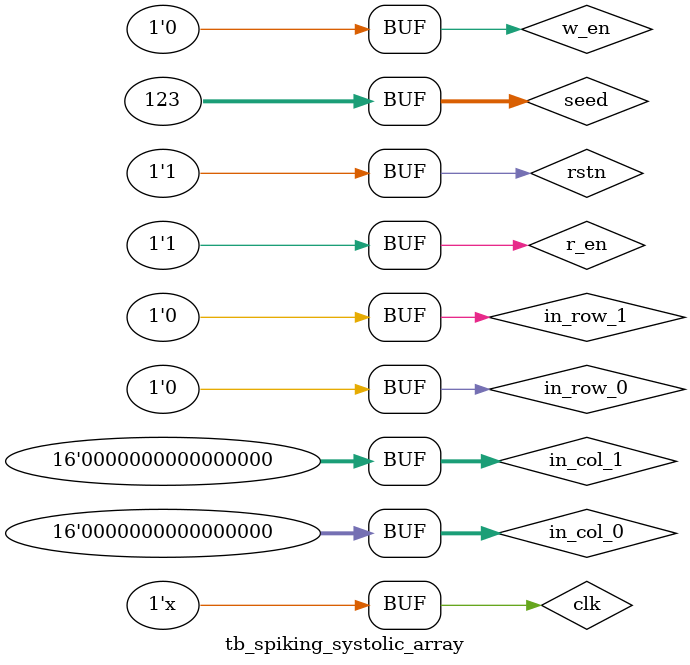
<source format=v>
`timescale 1ns / 1ps
module tb_spiking_systolic_array;
  reg clk;
  reg rstn;
  reg in_row_0;
  reg in_row_1;
  reg signed [15:0] in_col_0;
  reg signed [15:0] in_col_1;
  reg r_en;
  reg w_en;
  wire signed [15:0] out_data_0_0;
  wire signed [15:0] out_data_0_1;
  wire signed [15:0] out_data_1_0;
  wire signed [15:0] out_data_1_1;

  integer seed = 123;

  spiking_systolic_array_2x2 test_spike_systolic_array (
    .clk (clk),
    .rstn (rstn),
    .row_fifo_0_r_en (r_en),
    .row_fifo_1_r_en (r_en),
    .row_fifo_0_w_en (w_en),
    .row_fifo_1_w_en (w_en),
    .col_fifo_0_r_en (r_en),
    .col_fifo_1_r_en (r_en),
    .col_fifo_0_w_en (w_en),
    .col_fifo_1_w_en (w_en),
    .in_row_0 (in_row_0),
    .in_col_0 (in_col_0),
    .in_row_1 (in_row_1),
    .in_col_1 (in_col_1),
    .out_data_0_0 (out_data_0_0),
    .out_data_0_1 (out_data_0_1),
    .out_data_1_0 (out_data_1_0),
    .out_data_1_1 (out_data_1_1)
  );

  always #1 clk = ~clk;

  initial begin
    clk <= 0;
    rstn <= 0;
    #2 rstn <= 1;
    #1 w_en <= 1;
    in_row_0 <= 1;
    in_col_0 <= 14;
    in_row_1 <= 0;
    in_col_1 <= 0;
    #2 in_row_1 <= 1;
    in_col_1 <= 23;
    in_row_0 <= 0;
    in_col_0 <= -21;
    #2 in_row_1 <= 1;
    in_col_1 <= -30;
    in_row_0 <= 0;
    in_col_0 <= 0;
    #2 in_row_1 <= 0;
    in_col_1 <= 0;
    #2 w_en <= 0;
    r_en <= 1;
  end

endmodule
</source>
